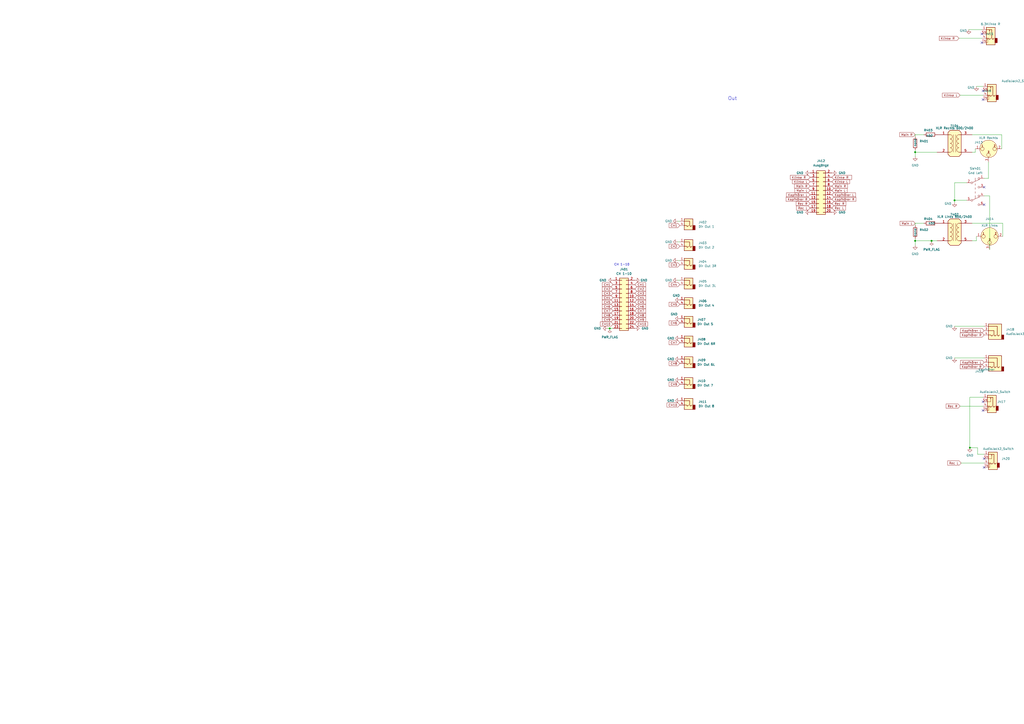
<source format=kicad_sch>
(kicad_sch (version 20211123) (generator eeschema)
  (paper "A2")
  (lib_symbols
    (symbol "AudioJack2_1"
      (property "Reference" "J?" (at 3.81 2.54 0))
      (property "Value" "AudioJack2_1" (at 0.635 6.35 0))
      (symbol "AudioJack2_1_0_1"
        (rectangle (start -3.81 0) (end -2.54 -2.54) (stroke (width 0.254)) (fill (type outline)))
        (rectangle (start -2.54 3.81) (end 2.54 -2.54) (stroke (width 0.254)) (fill (type background)))
        (polyline (pts (xy 0 0) (xy 0.635 -0.635) (xy 1.27 0) (xy 2.54 0)) (stroke (width 0.254)))
        (polyline (pts (xy 2.54 2.54) (xy -0.635 2.54) (xy -0.635 0) (xy -1.27 -0.635) (xy -1.905 0)) (stroke (width 0.254)))
      )
      (symbol "AudioJack2_1_1_1"
        (pin passive line (at 5.08 2.54 180) (length 2.54) (name "~") (number "1"))
        (pin passive line (at 5.08 0 180) (length 2.54) (name "~") (number "4"))
      )
    )
    (symbol "AudioJack2_Switch_1"
      (property "Reference" "J415" (at 3.175 2.54 0))
      (property "Value" "AudioJack2_Switch_1" (at -6.985 8.255 0))
      (symbol "AudioJack2_Switch_1_0_1"
        (rectangle (start -2.54 0) (end -3.81 -2.54) (stroke (width 0.254)) (fill (type outline)))
        (rectangle (start 2.54 6.35) (end -2.54 -3.81) (stroke (width 0.254)) (fill (type background)))
      )
      (symbol "AudioJack2_Switch_1_1_1"
        (polyline (pts (xy 0.635 4.826) (xy 0.889 4.318)))
        (polyline (pts (xy 1.778 -0.254) (xy 2.032 -0.762)))
        (polyline (pts (xy 0 0) (xy 0.635 -0.635) (xy 1.27 0) (xy 2.54 0)) (stroke (width 0.254)))
        (polyline (pts (xy 2.54 -2.54) (xy 1.778 -2.54) (xy 1.778 -0.254) (xy 1.524 -0.762)))
        (polyline (pts (xy 2.54 2.54) (xy 0.635 2.54) (xy 0.635 4.826) (xy 0.381 4.318)))
        (polyline (pts (xy 2.54 5.08) (xy -0.635 5.08) (xy -0.635 0) (xy -1.27 -0.635) (xy -1.905 0)) (stroke (width 0.254)))
        (pin passive line (at 5.08 5.08 180) (length 2.54) (name "~") (number "1"))
        (pin passive line (at 5.08 0 180) (length 2.54) (name "~") (number "4"))
        (pin passive line (at 5.08 2.54 180) (length 2.54) (name "~") (number "SN"))
        (pin passive line (at 5.08 -2.54 180) (length 2.54) (name "~") (number "TN"))
      )
    )
    (symbol "AudioJack2_Switch_2"
      (property "Reference" "J?" (at 5.08 2.5401 0))
      (property "Value" "AudioJack2_Switch_2" (at -5.715 8.255 0))
      (symbol "AudioJack2_Switch_2_0_1"
        (rectangle (start -2.54 0) (end -3.81 -2.54) (stroke (width 0.254)) (fill (type outline)))
        (rectangle (start 2.54 6.35) (end -2.54 -3.81) (stroke (width 0.254)) (fill (type background)))
      )
      (symbol "AudioJack2_Switch_2_1_1"
        (polyline (pts (xy 0.635 4.826) (xy 0.889 4.318)))
        (polyline (pts (xy 1.778 -0.254) (xy 2.032 -0.762)))
        (polyline (pts (xy 0 0) (xy 0.635 -0.635) (xy 1.27 0) (xy 2.54 0)) (stroke (width 0.254)))
        (polyline (pts (xy 2.54 -2.54) (xy 1.778 -2.54) (xy 1.778 -0.254) (xy 1.524 -0.762)))
        (polyline (pts (xy 2.54 2.54) (xy 0.635 2.54) (xy 0.635 4.826) (xy 0.381 4.318)))
        (polyline (pts (xy 2.54 5.08) (xy -0.635 5.08) (xy -0.635 0) (xy -1.27 -0.635) (xy -1.905 0)) (stroke (width 0.254)))
        (pin passive line (at 5.08 5.08 180) (length 2.54) (name "~") (number "1"))
        (pin passive line (at 5.08 0 180) (length 2.54) (name "") (number "4"))
        (pin passive line (at 5.08 2.54 180) (length 2.54) (name "~") (number "SN"))
        (pin passive line (at 5.08 -2.54 180) (length 2.54) (name "~") (number "TN"))
      )
    )
    (symbol "AudioJack2_Switch_3"
      (property "Reference" "J?" (at 5.08 2.5401 0))
      (property "Value" "AudioJack2_Switch_3" (at -5.715 8.255 0))
      (symbol "AudioJack2_Switch_3_0_1"
        (rectangle (start -2.54 0) (end -3.81 -2.54) (stroke (width 0.254)) (fill (type outline)))
        (rectangle (start 2.54 6.35) (end -2.54 -3.81) (stroke (width 0.254)) (fill (type background)))
      )
      (symbol "AudioJack2_Switch_3_1_1"
        (polyline (pts (xy 0.635 4.826) (xy 0.889 4.318)))
        (polyline (pts (xy 1.778 -0.254) (xy 2.032 -0.762)))
        (polyline (pts (xy 0 0) (xy 0.635 -0.635) (xy 1.27 0) (xy 2.54 0)) (stroke (width 0.254)))
        (polyline (pts (xy 2.54 -2.54) (xy 1.778 -2.54) (xy 1.778 -0.254) (xy 1.524 -0.762)))
        (polyline (pts (xy 2.54 2.54) (xy 0.635 2.54) (xy 0.635 4.826) (xy 0.381 4.318)))
        (polyline (pts (xy 2.54 5.08) (xy -0.635 5.08) (xy -0.635 0) (xy -1.27 -0.635) (xy -1.905 0)) (stroke (width 0.254)))
        (pin passive line (at 5.08 5.08 180) (length 2.54) (name "~") (number "1"))
        (pin passive line (at 5.08 0 180) (length 2.54) (name "") (number "4"))
        (pin passive line (at 5.08 2.54 180) (length 2.54) (name "~") (number "SN"))
        (pin passive line (at 5.08 -2.54 180) (length 2.54) (name "~") (number "TN"))
      )
    )
    (symbol "AudioJack3_1"
      (property "Reference" "J419" (at 10.3378 -5.2578 0))
      (property "Value" "AudioJack3_1" (at 8.4328 -4.191 0))
      (symbol "AudioJack3_1_0_1"
        (rectangle (start -5.08 -5.08) (end -6.35 -2.54) (stroke (width 0.254)) (fill (type outline)))
        (polyline (pts (xy 0 -2.54) (xy 0.635 -3.175) (xy 1.27 -2.54) (xy 2.54 -2.54)) (stroke (width 0.254)))
        (polyline (pts (xy -1.905 -2.54) (xy -1.27 -3.175) (xy -0.635 -2.54) (xy -0.635 0) (xy 2.54 0)) (stroke (width 0.254)))
        (polyline (pts (xy 2.54 2.54) (xy -2.54 2.54) (xy -2.54 -2.54) (xy -3.175 -3.175) (xy -3.81 -2.54)) (stroke (width 0.254)))
        (rectangle (start 2.54 3.81) (end -5.08 -5.08) (stroke (width 0.254)) (fill (type background)))
      )
      (symbol "AudioJack3_1_1_1"
        (pin passive line (at 5.08 2.54 180) (length 2.54) (name "") (number "1"))
        (pin passive line (at 5.08 0 180) (length 2.54) (name "~") (number "3"))
        (pin passive line (at 5.08 -2.54 180) (length 2.54) (name "~") (number "4"))
      )
    )
    (symbol "Connector:AudioJack2_Switch"
      (property "Reference" "J?" (at 5.08 2.5401 0))
      (property "Value" "AudioJack2_Switch" (at -5.715 8.255 0))
      (symbol "AudioJack2_Switch_0_1"
        (rectangle (start -2.54 0) (end -3.81 -2.54) (stroke (width 0.254)) (fill (type outline)))
        (rectangle (start 2.54 6.35) (end -2.54 -3.81) (stroke (width 0.254)) (fill (type background)))
      )
      (symbol "AudioJack2_Switch_1_1"
        (polyline (pts (xy 0.635 4.826) (xy 0.889 4.318)))
        (polyline (pts (xy 1.778 -0.254) (xy 2.032 -0.762)))
        (polyline (pts (xy 0 0) (xy 0.635 -0.635) (xy 1.27 0) (xy 2.54 0)) (stroke (width 0.254)))
        (polyline (pts (xy 2.54 -2.54) (xy 1.778 -2.54) (xy 1.778 -0.254) (xy 1.524 -0.762)))
        (polyline (pts (xy 2.54 2.54) (xy 0.635 2.54) (xy 0.635 4.826) (xy 0.381 4.318)))
        (polyline (pts (xy 2.54 5.08) (xy -0.635 5.08) (xy -0.635 0) (xy -1.27 -0.635) (xy -1.905 0)) (stroke (width 0.254)))
        (pin passive line (at 5.08 5.08 180) (length 2.54) (name "~") (number "1"))
        (pin passive line (at 5.08 0 180) (length 2.54) (name "") (number "4"))
        (pin passive line (at 5.08 2.54 180) (length 2.54) (name "~") (number "SN"))
        (pin passive line (at 5.08 -2.54 180) (length 2.54) (name "~") (number "TN"))
      )
    )
    (symbol "Connector:AudioJack3"
      (property "Reference" "J419" (at 10.3378 -5.2578 0))
      (property "Value" "AudioJack3" (at 8.4328 -4.191 0))
      (symbol "AudioJack3_0_1"
        (rectangle (start -5.08 -5.08) (end -6.35 -2.54) (stroke (width 0.254)) (fill (type outline)))
        (polyline (pts (xy 0 -2.54) (xy 0.635 -3.175) (xy 1.27 -2.54) (xy 2.54 -2.54)) (stroke (width 0.254)))
        (polyline (pts (xy -1.905 -2.54) (xy -1.27 -3.175) (xy -0.635 -2.54) (xy -0.635 0) (xy 2.54 0)) (stroke (width 0.254)))
        (polyline (pts (xy 2.54 2.54) (xy -2.54 2.54) (xy -2.54 -2.54) (xy -3.175 -3.175) (xy -3.81 -2.54)) (stroke (width 0.254)))
        (rectangle (start 2.54 3.81) (end -5.08 -5.08) (stroke (width 0.254)) (fill (type background)))
      )
      (symbol "AudioJack3_1_1"
        (pin passive line (at 5.08 2.54 180) (length 2.54) (name "") (number "1"))
        (pin passive line (at 5.08 0 180) (length 2.54) (name "~") (number "3"))
        (pin passive line (at 5.08 -2.54 180) (length 2.54) (name "~") (number "4"))
      )
    )
    (symbol "Connector:XLR3" (pin_names hide)
      (property "Reference" "J" (at 0 8.89 0))
      (property "Value" "XLR3" (at 0 6.35 0))
      (symbol "XLR3_0_1"
        (circle (center -3.556 0) (radius 1.016))
        (circle (center 0 -3.556) (radius 1.016))
        (polyline (pts (xy -5.08 0) (xy -4.572 0)))
        (polyline (pts (xy 0 -5.08) (xy 0 -4.572)))
        (polyline (pts (xy 5.08 0) (xy 4.572 0)))
        (circle (center 0 0) (radius 5.08) (fill (type background)))
        (circle (center 3.556 0) (radius 1.016))
        (text "1" (at -3.556 1.778 0) (effects (font (size 1.016 1.016) bold)))
        (text "2" (at 3.556 1.778 0) (effects (font (size 1.016 1.016) bold)))
        (text "3" (at 0 -1.778 0) (effects (font (size 1.016 1.016) bold)))
        (pin passive line (at -7.62 0 0) (length 2.54) (name "~") (number "1"))
        (pin passive line (at 7.62 0 180) (length 2.54) (name "~") (number "2"))
        (pin passive line (at 0 -7.62 90) (length 2.54) (name "~") (number "3"))
      )
    )
    (symbol "Connector_Generic:Conn_02x10_Odd_Even" (pin_names (offset 1.016) hide)
      (property "Reference" "J" (at 1.27 12.7 0))
      (property "Value" "Conn_02x10_Odd_Even" (at 1.27 -15.24 0))
      (symbol "Conn_02x10_Odd_Even_1_1"
        (rectangle (start -1.27 -12.573) (end 0 -12.827) (stroke (width 0.1524)))
        (rectangle (start -1.27 -10.033) (end 0 -10.287) (stroke (width 0.1524)))
        (rectangle (start -1.27 -7.493) (end 0 -7.747) (stroke (width 0.1524)))
        (rectangle (start -1.27 -4.953) (end 0 -5.207) (stroke (width 0.1524)))
        (rectangle (start -1.27 -2.413) (end 0 -2.667) (stroke (width 0.1524)))
        (rectangle (start -1.27 0.127) (end 0 -0.127) (stroke (width 0.1524)))
        (rectangle (start -1.27 2.667) (end 0 2.413) (stroke (width 0.1524)))
        (rectangle (start -1.27 5.207) (end 0 4.953) (stroke (width 0.1524)))
        (rectangle (start -1.27 7.747) (end 0 7.493) (stroke (width 0.1524)))
        (rectangle (start -1.27 10.287) (end 0 10.033) (stroke (width 0.1524)))
        (rectangle (start -1.27 11.43) (end 3.81 -13.97) (stroke (width 0.254)) (fill (type background)))
        (rectangle (start 3.81 -12.573) (end 2.54 -12.827) (stroke (width 0.1524)))
        (rectangle (start 3.81 -10.033) (end 2.54 -10.287) (stroke (width 0.1524)))
        (rectangle (start 3.81 -7.493) (end 2.54 -7.747) (stroke (width 0.1524)))
        (rectangle (start 3.81 -4.953) (end 2.54 -5.207) (stroke (width 0.1524)))
        (rectangle (start 3.81 -2.413) (end 2.54 -2.667) (stroke (width 0.1524)))
        (rectangle (start 3.81 0.127) (end 2.54 -0.127) (stroke (width 0.1524)))
        (rectangle (start 3.81 2.667) (end 2.54 2.413) (stroke (width 0.1524)))
        (rectangle (start 3.81 5.207) (end 2.54 4.953) (stroke (width 0.1524)))
        (rectangle (start 3.81 7.747) (end 2.54 7.493) (stroke (width 0.1524)))
        (rectangle (start 3.81 10.287) (end 2.54 10.033) (stroke (width 0.1524)))
        (pin passive line (at -5.08 10.16 0) (length 3.81) (name "Pin_1") (number "1"))
        (pin passive line (at 7.62 0 180) (length 3.81) (name "Pin_10") (number "10"))
        (pin passive line (at -5.08 -2.54 0) (length 3.81) (name "Pin_11") (number "11"))
        (pin passive line (at 7.62 -2.54 180) (length 3.81) (name "Pin_12") (number "12"))
        (pin passive line (at -5.08 -5.08 0) (length 3.81) (name "Pin_13") (number "13"))
        (pin passive line (at 7.62 -5.08 180) (length 3.81) (name "Pin_14") (number "14"))
        (pin passive line (at -5.08 -7.62 0) (length 3.81) (name "Pin_15") (number "15"))
        (pin passive line (at 7.62 -7.62 180) (length 3.81) (name "Pin_16") (number "16"))
        (pin passive line (at -5.08 -10.16 0) (length 3.81) (name "Pin_17") (number "17"))
        (pin passive line (at 7.62 -10.16 180) (length 3.81) (name "Pin_18") (number "18"))
        (pin passive line (at -5.08 -12.7 0) (length 3.81) (name "Pin_19") (number "19"))
        (pin passive line (at 7.62 10.16 180) (length 3.81) (name "Pin_2") (number "2"))
        (pin passive line (at 7.62 -12.7 180) (length 3.81) (name "Pin_20") (number "20"))
        (pin passive line (at -5.08 7.62 0) (length 3.81) (name "Pin_3") (number "3"))
        (pin passive line (at 7.62 7.62 180) (length 3.81) (name "Pin_4") (number "4"))
        (pin passive line (at -5.08 5.08 0) (length 3.81) (name "Pin_5") (number "5"))
        (pin passive line (at 7.62 5.08 180) (length 3.81) (name "Pin_6") (number "6"))
        (pin passive line (at -5.08 2.54 0) (length 3.81) (name "Pin_7") (number "7"))
        (pin passive line (at 7.62 2.54 180) (length 3.81) (name "Pin_8") (number "8"))
        (pin passive line (at -5.08 0 0) (length 3.81) (name "Pin_9") (number "9"))
      )
    )
    (symbol "Connector_Generic:Conn_02x12_Odd_Even" (pin_names (offset 1.016) hide)
      (property "Reference" "J" (at 1.27 15.24 0))
      (property "Value" "Conn_02x12_Odd_Even" (at 1.27 -17.78 0))
      (symbol "Conn_02x12_Odd_Even_1_1"
        (rectangle (start -1.27 -15.113) (end 0 -15.367) (stroke (width 0.1524)))
        (rectangle (start -1.27 -12.573) (end 0 -12.827) (stroke (width 0.1524)))
        (rectangle (start -1.27 -10.033) (end 0 -10.287) (stroke (width 0.1524)))
        (rectangle (start -1.27 -7.493) (end 0 -7.747) (stroke (width 0.1524)))
        (rectangle (start -1.27 -4.953) (end 0 -5.207) (stroke (width 0.1524)))
        (rectangle (start -1.27 -2.413) (end 0 -2.667) (stroke (width 0.1524)))
        (rectangle (start -1.27 0.127) (end 0 -0.127) (stroke (width 0.1524)))
        (rectangle (start -1.27 2.667) (end 0 2.413) (stroke (width 0.1524)))
        (rectangle (start -1.27 5.207) (end 0 4.953) (stroke (width 0.1524)))
        (rectangle (start -1.27 7.747) (end 0 7.493) (stroke (width 0.1524)))
        (rectangle (start -1.27 10.287) (end 0 10.033) (stroke (width 0.1524)))
        (rectangle (start -1.27 12.827) (end 0 12.573) (stroke (width 0.1524)))
        (rectangle (start -1.27 13.97) (end 3.81 -16.51) (stroke (width 0.254)) (fill (type background)))
        (rectangle (start 3.81 -15.113) (end 2.54 -15.367) (stroke (width 0.1524)))
        (rectangle (start 3.81 -12.573) (end 2.54 -12.827) (stroke (width 0.1524)))
        (rectangle (start 3.81 -10.033) (end 2.54 -10.287) (stroke (width 0.1524)))
        (rectangle (start 3.81 -7.493) (end 2.54 -7.747) (stroke (width 0.1524)))
        (rectangle (start 3.81 -4.953) (end 2.54 -5.207) (stroke (width 0.1524)))
        (rectangle (start 3.81 -2.413) (end 2.54 -2.667) (stroke (width 0.1524)))
        (rectangle (start 3.81 0.127) (end 2.54 -0.127) (stroke (width 0.1524)))
        (rectangle (start 3.81 2.667) (end 2.54 2.413) (stroke (width 0.1524)))
        (rectangle (start 3.81 5.207) (end 2.54 4.953) (stroke (width 0.1524)))
        (rectangle (start 3.81 7.747) (end 2.54 7.493) (stroke (width 0.1524)))
        (rectangle (start 3.81 10.287) (end 2.54 10.033) (stroke (width 0.1524)))
        (rectangle (start 3.81 12.827) (end 2.54 12.573) (stroke (width 0.1524)))
        (pin passive line (at -5.08 12.7 0) (length 3.81) (name "Pin_1") (number "1"))
        (pin passive line (at 7.62 2.54 180) (length 3.81) (name "Pin_10") (number "10"))
        (pin passive line (at -5.08 0 0) (length 3.81) (name "Pin_11") (number "11"))
        (pin passive line (at 7.62 0 180) (length 3.81) (name "Pin_12") (number "12"))
        (pin passive line (at -5.08 -2.54 0) (length 3.81) (name "Pin_13") (number "13"))
        (pin passive line (at 7.62 -2.54 180) (length 3.81) (name "Pin_14") (number "14"))
        (pin passive line (at -5.08 -5.08 0) (length 3.81) (name "Pin_15") (number "15"))
        (pin passive line (at 7.62 -5.08 180) (length 3.81) (name "Pin_16") (number "16"))
        (pin passive line (at -5.08 -7.62 0) (length 3.81) (name "Pin_17") (number "17"))
        (pin passive line (at 7.62 -7.62 180) (length 3.81) (name "Pin_18") (number "18"))
        (pin passive line (at -5.08 -10.16 0) (length 3.81) (name "Pin_19") (number "19"))
        (pin passive line (at 7.62 12.7 180) (length 3.81) (name "Pin_2") (number "2"))
        (pin passive line (at 7.62 -10.16 180) (length 3.81) (name "Pin_20") (number "20"))
        (pin passive line (at -5.08 -12.7 0) (length 3.81) (name "Pin_21") (number "21"))
        (pin passive line (at 7.62 -12.7 180) (length 3.81) (name "Pin_22") (number "22"))
        (pin passive line (at -5.08 -15.24 0) (length 3.81) (name "Pin_23") (number "23"))
        (pin passive line (at 7.62 -15.24 180) (length 3.81) (name "Pin_24") (number "24"))
        (pin passive line (at -5.08 10.16 0) (length 3.81) (name "Pin_3") (number "3"))
        (pin passive line (at 7.62 10.16 180) (length 3.81) (name "Pin_4") (number "4"))
        (pin passive line (at -5.08 7.62 0) (length 3.81) (name "Pin_5") (number "5"))
        (pin passive line (at 7.62 7.62 180) (length 3.81) (name "Pin_6") (number "6"))
        (pin passive line (at -5.08 5.08 0) (length 3.81) (name "Pin_7") (number "7"))
        (pin passive line (at 7.62 5.08 180) (length 3.81) (name "Pin_8") (number "8"))
        (pin passive line (at -5.08 2.54 0) (length 3.81) (name "Pin_9") (number "9"))
      )
    )
    (symbol "Device:R" (pin_numbers hide) (pin_names (offset 0))
      (property "Reference" "R" (at 2.032 0 90))
      (property "Value" "R" (at 0 0 90))
      (symbol "R_0_1"
        (rectangle (start -1.016 -2.54) (end 1.016 2.54) (stroke (width 0.254)))
      )
      (symbol "R_1_1"
        (pin passive line (at 0 3.81 270) (length 1.27) (name "~") (number "1"))
        (pin passive line (at 0 -3.81 90) (length 1.27) (name "~") (number "2"))
      )
    )
    (symbol "Switch:SW_Push_DPDT" (pin_names (offset 0) hide)
      (property "Reference" "SW" (at 0 8.89 0))
      (property "Value" "SW_Push_DPDT" (at 0 -10.16 0))
      (symbol "SW_Push_DPDT_0_0"
        (circle (center -2.032 -5.08) (radius 0.508))
        (circle (center -2.032 5.08) (radius 0.508))
        (circle (center 2.032 -7.62) (radius 0.508))
        (circle (center 2.032 2.54) (radius 0.508))
      )
      (symbol "SW_Push_DPDT_0_1"
        (polyline (pts (xy -1.524 -4.826) (xy 2.54 -3.048)))
        (polyline (pts (xy -1.524 5.334) (xy 2.54 7.112)))
        (polyline (pts (xy 0 -2.286) (xy 0 -4.064)))
        (polyline (pts (xy 0 -1.016) (xy 0 0)))
        (polyline (pts (xy 0 1.27) (xy 0 2.286)))
        (polyline (pts (xy 0 3.556) (xy 0 4.572)))
        (polyline (pts (xy 0 7.874) (xy 0 6.096)))
        (circle (center 2.032 -2.54) (radius 0.508))
        (circle (center 2.032 7.62) (radius 0.508))
      )
      (symbol "SW_Push_DPDT_1_1"
        (pin passive line (at 5.08 7.62 180) (length 2.54) (name "A") (number "1"))
        (pin passive line (at -5.08 5.08 0) (length 2.54) (name "B") (number "2"))
        (pin passive line (at 5.08 2.54 180) (length 2.54) (name "C") (number "3"))
        (pin passive line (at 5.08 -2.54 180) (length 2.54) (name "A") (number "4"))
        (pin passive line (at -5.08 -5.08 0) (length 2.54) (name "B") (number "5"))
        (pin passive line (at 5.08 -7.62 180) (length 2.54) (name "C") (number "6"))
      )
    )
    (symbol "Transformer_Audio_1" (pin_names (offset 1.016) hide)
      (property "Reference" "T402" (at 0 10.16 0))
      (property "Value" "Transformer_Audio_1" (at 0 8.89 0))
      (symbol "Transformer_Audio_1_0_1"
        (arc (start -2.54 -5.0546) (mid -1.6561 -4.6863) (end -1.27 -3.81))
        (arc (start -2.54 -2.5146) (mid -1.6561 -2.1463) (end -1.27 -1.27))
        (arc (start -2.54 0.0254) (mid -1.6561 0.3937) (end -1.27 1.27))
        (arc (start -2.54 2.5654) (mid -1.6561 2.9337) (end -1.27 3.81))
        (arc (start -1.27 -3.81) (mid -1.642 -2.912) (end -2.54 -2.54))
        (arc (start -1.27 -1.27) (mid -1.642 -0.372) (end -2.54 0))
        (arc (start -1.27 1.27) (mid -1.642 2.168) (end -2.54 2.54))
        (arc (start -1.27 3.81) (mid -1.642 4.708) (end -2.54 5.08))
        (polyline (pts (xy -0.635 5.08) (xy -0.635 -5.08)))
        (polyline (pts (xy 0.635 -5.08) (xy 0.635 5.08)))
        (polyline (pts (xy -3.81 6.35) (xy -2.54 7.62) (xy 2.54 7.62) (xy 3.81 6.35) (xy 3.81 -6.35) (xy 2.54 -7.62) (xy -2.54 -7.62) (xy -3.81 -6.35) (xy -3.81 6.35)) (stroke (width 0.254)) (fill (type background)))
        (arc (start 1.2954 -1.27) (mid 1.6599 -2.1501) (end 2.54 -2.5146))
        (arc (start 1.2954 1.27) (mid 1.6599 0.3899) (end 2.54 0.0254))
        (arc (start 1.2954 3.81) (mid 1.6599 2.9299) (end 2.54 2.5654))
        (arc (start 1.3208 -3.81) (mid 1.6853 -4.6901) (end 2.5654 -5.0546))
        (arc (start 2.54 0) (mid 1.6456 -0.3683) (end 1.2954 -1.27))
        (arc (start 2.54 2.54) (mid 1.6456 2.1717) (end 1.2954 1.27))
        (arc (start 2.54 5.08) (mid 1.6456 4.7117) (end 1.2954 3.81))
        (arc (start 2.5654 -2.54) (mid 1.671 -2.9083) (end 1.3208 -3.81))
      )
      (symbol "Transformer_Audio_1_1_1"
        (pin passive line (at -10.16 5.08 0) (length 7.62) (name "AA") (number "1"))
        (pin passive line (at -10.16 -5.08 0) (length 7.62) (name "AB") (number "2"))
        (pin passive line (at 10.16 5.08 180) (length 7.62) (name "SB") (number "3"))
        (pin passive line (at 10.16 -5.08 180) (length 7.62) (name "SA") (number "5"))
      )
    )
    (symbol "power:GND" (power) (pin_names (offset 0))
      (property "Value" "GND" (at 0 -3.81 0))
      (symbol "GND_0_1"
        (polyline (pts (xy 0 0) (xy 0 -1.27) (xy 1.27 -1.27) (xy 0 -2.54) (xy -1.27 -1.27) (xy 0 -1.27)))
      )
      (symbol "GND_1_1"
        (pin power_in line (at 0 0 270) (length 0) hide (name "GND") (number "1"))
      )
    )
    (symbol "power:PWR_FLAG" (power) (pin_numbers hide) (pin_names (offset 0) hide)
      (property "Value" "PWR_FLAG" (at 0 3.81 0))
      (symbol "PWR_FLAG_0_0"
        (pin power_out line (at 0 0 90) (length 0) (name "pwr") (number "1"))
      )
      (symbol "PWR_FLAG_0_1"
        (polyline (pts (xy 0 0) (xy 0 1.27) (xy -1.016 1.905) (xy 0 2.54) (xy 1.016 1.905) (xy 0 1.27)))
      )
    )
  )
  (junction (at 562.61 259.715))
  (junction (at 530.86 88.265))
  (junction (at 553.72 116.205))
  (junction (at 530.86 139.7))
  (junction (at 540.385 139.7))
  (junction (at 353.695 190.5))
  (no_connect (at 570.865 266.065))
  (no_connect (at 569.595 24.765))
  (no_connect (at 569.595 19.685))
  (no_connect (at 570.865 118.745))
  (no_connect (at 570.865 108.585))
  (no_connect (at 570.23 57.785))
  (no_connect (at 570.23 52.705))
  (no_connect (at 570.23 233.045))
  (no_connect (at 570.865 271.145))
  (no_connect (at 570.23 238.125))
  (wire (pts (xy 553.72 116.205) (xy 553.72 117.475)))
  (wire (pts (xy 530.86 78.105) (xy 535.94 78.105)))
  (wire (pts (xy 562.61 230.505) (xy 562.61 259.715)))
  (wire (pts (xy 566.42 139.7) (xy 566.42 137.16)))
  (wire (pts (xy 530.86 78.105) (xy 530.86 79.375)))
  (wire (pts (xy 530.86 129.54) (xy 530.86 130.81)))
  (wire (pts (xy 567.055 259.715) (xy 562.61 259.715)))
  (wire (pts (xy 530.86 90.805) (xy 530.86 88.265)))
  (wire (pts (xy 574.04 144.78) (xy 574.04 113.665)))
  (wire (pts (xy 557.53 268.605) (xy 570.865 268.605)))
  (wire (pts (xy 573.405 93.98) (xy 573.405 103.505)))
  (wire (pts (xy 561.975 17.145) (xy 569.595 17.145)))
  (wire (pts (xy 393.065 162.56) (xy 394.335 162.56)))
  (wire (pts (xy 530.86 138.43) (xy 530.86 139.7)))
  (wire (pts (xy 563.88 129.54) (xy 581.66 129.54)))
  (wire (pts (xy 560.705 116.205) (xy 553.72 116.205)))
  (wire (pts (xy 563.88 139.7) (xy 566.42 139.7)))
  (wire (pts (xy 581.025 78.105) (xy 581.025 86.36)))
  (wire (pts (xy 393.065 151.13) (xy 394.335 151.13)))
  (wire (pts (xy 393.065 128.27) (xy 394.335 128.27)))
  (wire (pts (xy 540.385 139.7) (xy 543.56 139.7)))
  (wire (pts (xy 352.425 190.5) (xy 353.695 190.5)))
  (wire (pts (xy 556.895 55.245) (xy 570.23 55.245)))
  (wire (pts (xy 530.86 129.54) (xy 535.94 129.54)))
  (wire (pts (xy 530.86 139.7) (xy 540.385 139.7)))
  (wire (pts (xy 563.88 88.265) (xy 565.785 88.265)))
  (wire (pts (xy 530.86 86.995) (xy 530.86 88.265)))
  (wire (pts (xy 553.72 207.645) (xy 570.865 207.645)))
  (wire (pts (xy 565.785 88.265) (xy 565.785 86.36)))
  (wire (pts (xy 563.88 78.105) (xy 581.025 78.105)))
  (wire (pts (xy 530.86 88.265) (xy 543.56 88.265)))
  (wire (pts (xy 553.72 189.23) (xy 570.865 189.23)))
  (wire (pts (xy 556.895 235.585) (xy 570.23 235.585)))
  (wire (pts (xy 570.23 50.165) (xy 566.42 50.165)))
  (wire (pts (xy 393.065 140.335) (xy 394.335 140.335)))
  (wire (pts (xy 570.865 263.525) (xy 567.055 263.525)))
  (wire (pts (xy 353.695 190.5) (xy 355.6 190.5)))
  (wire (pts (xy 530.86 142.24) (xy 530.86 139.7)))
  (wire (pts (xy 560.705 106.045) (xy 553.72 106.045)))
  (wire (pts (xy 567.055 263.525) (xy 567.055 259.715)))
  (wire (pts (xy 574.04 113.665) (xy 570.865 113.665)))
  (wire (pts (xy 562.61 230.505) (xy 570.23 230.505)))
  (wire (pts (xy 556.26 22.225) (xy 569.595 22.225)))
  (wire (pts (xy 573.405 103.505) (xy 570.865 103.505)))
  (wire (pts (xy 581.66 129.54) (xy 581.66 137.16)))
  (wire (pts (xy 553.72 106.045) (xy 553.72 116.205)))
  (text "Out\n" (at 422.275 58.42 0) (effects (font (size 2 2)) (justify left bottom)))
  (text "CH 1-10" (at 356.235 154.305 0) (effects (font (size 1.27 1.27)) (justify left bottom)))
  (global_label "CH5" (shape input) (at 368.3 175.26 0) (property "Referenzen zwischen Schaltplänen" "${INTERSHEET_REFS}" (effects hide)))
  (global_label "Klinke R " (shape input) (at 556.26 22.225 180) (property "Referenzen zwischen Schaltplänen" "${INTERSHEET_REFS}" (effects hide)))
  (global_label "Klinke R " (shape input) (at 469.9 102.87 180) (property "Referenzen zwischen Schaltplänen" "${INTERSHEET_REFS}" (effects hide)))
  (global_label "CH7" (shape input) (at 394.335 198.755 180) (property "Referenzen zwischen Schaltplänen" "${INTERSHEET_REFS}" (effects hide)))
  (global_label "CH10" (shape input) (at 394.335 234.95 180) (property "Referenzen zwischen Schaltplänen" "${INTERSHEET_REFS}" (effects hide)))
  (global_label "CH5" (shape input) (at 394.335 176.53 180) (property "Referenzen zwischen Schaltplänen" "${INTERSHEET_REFS}" (effects hide)))
  (global_label "CH7" (shape input) (at 368.3 180.34 0) (property "Referenzen zwischen Schaltplänen" "${INTERSHEET_REFS}" (effects hide)))
  (global_label "CH1" (shape input) (at 355.6 165.1 180) (property "Referenzen zwischen Schaltplänen" "${INTERSHEET_REFS}" (effects hide)))
  (global_label "CH9" (shape input) (at 355.6 185.42 180) (property "Referenzen zwischen Schaltplänen" "${INTERSHEET_REFS}" (effects hide)))
  (global_label "CH3" (shape input) (at 368.3 170.18 0) (property "Referenzen zwischen Schaltplänen" "${INTERSHEET_REFS}" (effects hide)))
  (global_label "Klinke L" (shape input) (at 482.6 105.41 0) (property "Referenzen zwischen Schaltplänen" "${INTERSHEET_REFS}" (effects hide)))
  (global_label "Rec L" (shape input) (at 482.6 120.65 0) (property "Referenzen zwischen Schaltplänen" "${INTERSHEET_REFS}" (effects hide)))
  (global_label "CH5" (shape input) (at 355.6 175.26 180) (property "Referenzen zwischen Schaltplänen" "${INTERSHEET_REFS}" (effects hide)))
  (global_label "CH4" (shape input) (at 394.335 165.1 180) (property "Referenzen zwischen Schaltplänen" "${INTERSHEET_REFS}" (effects hide)))
  (global_label "Main L" (shape input) (at 469.9 110.49 180) (property "Referenzen zwischen Schaltplänen" "${INTERSHEET_REFS}" (effects hide)))
  (global_label "CH6" (shape input) (at 394.335 187.325 180) (property "Referenzen zwischen Schaltplänen" "${INTERSHEET_REFS}" (effects hide)))
  (global_label "Kopfhörer R" (shape input) (at 570.865 194.31 180) (property "Referenzen zwischen Schaltplänen" "${INTERSHEET_REFS}" (effects hide)))
  (global_label "CH9" (shape input) (at 394.335 222.885 180) (property "Referenzen zwischen Schaltplänen" "${INTERSHEET_REFS}" (effects hide)))
  (global_label "Kopfhörer R" (shape input) (at 570.865 212.725 180) (property "Referenzen zwischen Schaltplänen" "${INTERSHEET_REFS}" (effects hide)))
  (global_label "CH1" (shape input) (at 368.3 165.1 0) (property "Referenzen zwischen Schaltplänen" "${INTERSHEET_REFS}" (effects hide)))
  (global_label "Klinke L" (shape input) (at 556.895 55.245 180) (property "Referenzen zwischen Schaltplänen" "${INTERSHEET_REFS}" (effects hide)))
  (global_label "Kopfhörer R" (shape input) (at 482.6 115.57 0) (property "Referenzen zwischen Schaltplänen" "${INTERSHEET_REFS}" (effects hide)))
  (global_label "CH2" (shape input) (at 355.6 167.64 180) (property "Referenzen zwischen Schaltplänen" "${INTERSHEET_REFS}" (effects hide)))
  (global_label "Klinke R " (shape input) (at 482.6 102.87 0) (property "Referenzen zwischen Schaltplänen" "${INTERSHEET_REFS}" (effects hide)))
  (global_label "Kopfhörer R" (shape input) (at 469.9 115.57 180) (property "Referenzen zwischen Schaltplänen" "${INTERSHEET_REFS}" (effects hide)))
  (global_label "CH3" (shape input) (at 394.335 153.67 180) (property "Referenzen zwischen Schaltplänen" "${INTERSHEET_REFS}" (effects hide)))
  (global_label "CH8" (shape input) (at 355.6 182.88 180) (property "Referenzen zwischen Schaltplänen" "${INTERSHEET_REFS}" (effects hide)))
  (global_label "CH1" (shape input) (at 394.335 130.81 180) (property "Referenzen zwischen Schaltplänen" "${INTERSHEET_REFS}" (effects hide)))
  (global_label "Kopfhörer L" (shape input) (at 482.6 113.03 0) (property "Referenzen zwischen Schaltplänen" "${INTERSHEET_REFS}" (effects hide)))
  (global_label "Main L" (shape input) (at 530.86 129.54 180) (property "Referenzen zwischen Schaltplänen" "${INTERSHEET_REFS}" (effects hide)))
  (global_label "CH4" (shape input) (at 355.6 172.72 180) (property "Referenzen zwischen Schaltplänen" "${INTERSHEET_REFS}" (effects hide)))
  (global_label "Kopfhörer L" (shape input) (at 570.865 191.77 180) (property "Referenzen zwischen Schaltplänen" "${INTERSHEET_REFS}" (effects hide)))
  (global_label "Main L" (shape input) (at 482.6 110.49 0) (property "Referenzen zwischen Schaltplänen" "${INTERSHEET_REFS}" (effects hide)))
  (global_label "CH10" (shape input) (at 355.6 187.96 180) (property "Referenzen zwischen Schaltplänen" "${INTERSHEET_REFS}" (effects hide)))
  (global_label "Main R" (shape input) (at 469.9 107.95 180) (property "Referenzen zwischen Schaltplänen" "${INTERSHEET_REFS}" (effects hide)))
  (global_label "CH6" (shape input) (at 368.3 177.8 0) (property "Referenzen zwischen Schaltplänen" "${INTERSHEET_REFS}" (effects hide)))
  (global_label "Kopfhörer L" (shape input) (at 469.9 113.03 180) (property "Referenzen zwischen Schaltplänen" "${INTERSHEET_REFS}" (effects hide)))
  (global_label "Rec L" (shape input) (at 557.53 268.605 180) (property "Referenzen zwischen Schaltplänen" "${INTERSHEET_REFS}" (effects hide)))
  (global_label "CH7" (shape input) (at 355.6 180.34 180) (property "Referenzen zwischen Schaltplänen" "${INTERSHEET_REFS}" (effects hide)))
  (global_label "CH8" (shape input) (at 394.335 210.82 180) (property "Referenzen zwischen Schaltplänen" "${INTERSHEET_REFS}" (effects hide)))
  (global_label "CH3" (shape input) (at 355.6 170.18 180) (property "Referenzen zwischen Schaltplänen" "${INTERSHEET_REFS}" (effects hide)))
  (global_label "Rec L" (shape input) (at 469.9 120.65 180) (property "Referenzen zwischen Schaltplänen" "${INTERSHEET_REFS}" (effects hide)))
  (global_label "CH8" (shape input) (at 368.3 182.88 0) (property "Referenzen zwischen Schaltplänen" "${INTERSHEET_REFS}" (effects hide)))
  (global_label "Rec R" (shape input) (at 556.895 235.585 180) (property "Referenzen zwischen Schaltplänen" "${INTERSHEET_REFS}" (effects hide)))
  (global_label "Main R" (shape input) (at 482.6 107.95 0) (property "Referenzen zwischen Schaltplänen" "${INTERSHEET_REFS}" (effects hide)))
  (global_label "CH6" (shape input) (at 355.6 177.8 180) (property "Referenzen zwischen Schaltplänen" "${INTERSHEET_REFS}" (effects hide)))
  (global_label "Kopfhörer L" (shape input) (at 570.865 210.185 180) (property "Referenzen zwischen Schaltplänen" "${INTERSHEET_REFS}" (effects hide)))
  (global_label "Klinke L" (shape input) (at 469.9 105.41 180) (property "Referenzen zwischen Schaltplänen" "${INTERSHEET_REFS}" (effects hide)))
  (global_label "Rec R" (shape input) (at 482.6 118.11 0) (property "Referenzen zwischen Schaltplänen" "${INTERSHEET_REFS}" (effects hide)))
  (global_label "Main R" (shape input) (at 530.86 78.105 180) (property "Referenzen zwischen Schaltplänen" "${INTERSHEET_REFS}" (effects hide)))
  (global_label "Rec R" (shape input) (at 469.9 118.11 180) (property "Referenzen zwischen Schaltplänen" "${INTERSHEET_REFS}" (effects hide)))
  (global_label "CH2" (shape input) (at 368.3 167.64 0) (property "Referenzen zwischen Schaltplänen" "${INTERSHEET_REFS}" (effects hide)))
  (global_label "CH4" (shape input) (at 368.3 172.72 0) (property "Referenzen zwischen Schaltplänen" "${INTERSHEET_REFS}" (effects hide)))
  (global_label "CH9" (shape input) (at 368.3 185.42 0) (property "Referenzen zwischen Schaltplänen" "${INTERSHEET_REFS}" (effects hide)))
  (global_label "CH2" (shape input) (at 394.335 142.875 180) (property "Referenzen zwischen Schaltplänen" "${INTERSHEET_REFS}" (effects hide)))
  (global_label "CH10" (shape input) (at 368.3 187.96 0) (property "Referenzen zwischen Schaltplänen" "${INTERSHEET_REFS}" (effects hide)))
  (symbol (lib_id "power:GND") (at 553.72 189.23 0) (unit 1)
    (property "Reference" "#PWR0424" (effects hide))
    (property "Value" "GND" (at 550.545 189.23 0))
  )
  (symbol (lib_name "AudioJack2_1") (lib_id "Connector:AudioJack2") (at 399.415 142.875 0) (mirror y) (unit 1)
    (property "Reference" "J403" (at 405.13 140.9699 0) (effects (justify right)))
    (property "Value" "Dir Out 2" (at 405.13 143.5099 0) (effects (justify right)))
    (property "Footprint" "Connector_Audio:ACJSMV344 flat solder 6,3mm" (effects hide))
  )
  (symbol (lib_id "power:GND") (at 394.335 232.41 270) (unit 1)
    (property "Reference" "#PWR0414" (effects hide))
    (property "Value" "GND" (at 391.16 232.4099 90) (effects (justify right)))
  )
  (symbol (lib_id "Connector:XLR3") (at 573.405 86.36 0) (unit 1)
    (property "Reference" "J413" (at 567.69 82.55 0))
    (property "Value" "XLR Rechts" (at 573.405 80.01 0))
    (property "Footprint" "Connector_Audio:Jack_XLR_Neutrik_NC3FAAV1-DA_Vertical" (effects hide))
    (property "Datasheet" " ~" (effects hide))
  )
  (symbol (lib_name "AudioJack2_Switch_1") (lib_id "Connector:AudioJack2_Switch") (at 574.675 22.225 0) (mirror y) (unit 1)
    (property "Reference" "J415" (at 571.5 19.685 0) (effects (justify right)))
    (property "Value" "6,3Klinke R" (at 568.96 13.97 0) (effects (justify right)))
    (property "Footprint" "Connector_Audio:ACJSMV344 flat solder 6,3mm" (effects hide))
  )
  (symbol (lib_id "power:GND") (at 482.6 100.33 90) (mirror x) (unit 1)
    (property "Reference" "#PWR0417" (effects hide))
    (property "Value" "GND" (at 486.41 100.3299 90) (effects (justify right)))
  )
  (symbol (lib_id "Device:R") (at 530.86 134.62 0) (unit 1)
    (property "Reference" "R402" (at 533.4 133.3499 0) (effects (justify left)))
    (property "Value" "none" (at 530.86 137.16 90) (effects (justify left)))
    (property "Footprint" "Resistor_SMD:R_0805_2012Metric" (effects hide))
  )
  (symbol (lib_id "power:GND") (at 352.425 190.5 270) (unit 1)
    (property "Reference" "#PWR0104" (effects hide))
    (property "Value" "GND" (at 348.615 190.4999 90) (effects (justify right)))
  )
  (symbol (lib_id "Device:R") (at 539.75 129.54 90) (unit 1)
    (property "Reference" "R404" (at 541.02 127 90) (effects (justify left)))
    (property "Value" "450" (at 542.29 129.54 90) (effects (font italic) (justify left)))
    (property "Footprint" "Resistor_SMD:R_0805_2012Metric" (effects hide))
  )
  (symbol (lib_id "power:GND") (at 394.335 184.785 270) (unit 1)
    (property "Reference" "#PWR0410" (effects hide))
    (property "Value" "GND" (at 393.065 182.245 90) (effects (justify right)))
  )
  (symbol (lib_name "AudioJack2_1") (lib_id "Connector:AudioJack2") (at 399.415 187.325 0) (mirror y) (unit 1)
    (property "Reference" "J407" (at 404.495 185.4199 0) (effects (justify right)))
    (property "Value" "Dir Out 5" (at 404.495 187.9599 0) (effects (justify right)))
    (property "Footprint" "Connector_Audio:ACJSMV344 flat solder 6,3mm" (effects hide))
  )
  (symbol (lib_name "Transformer_Audio_1") (lib_id "Device:Transformer_Audio") (at 553.72 83.185 0) (unit 1)
    (property "Reference" "T104" (at 553.72 73.025 0))
    (property "Value" "XLR Rechts 600/2400" (at 553.72 74.295 0))
    (property "Footprint" "Transformer_THT:Transformer 102D" (effects hide))
  )
  (symbol (lib_id "power:GND") (at 562.61 259.715 0) (unit 1)
    (property "Reference" "#PWR0427" (effects hide))
    (property "Value" "GND" (at 562.61 264.16 0))
  )
  (symbol (lib_id "Connector:AudioJack2_Switch") (at 575.945 268.605 0) (mirror y) (unit 1)
    (property "Reference" "J420" (at 581.025 266.0649 0) (effects (justify right)))
    (property "Value" "AudioJack2_Switch" (at 570.23 260.35 0) (effects (justify right)))
    (property "Footprint" "Connector_Audio:ACJSMV344 flat solder 6,3mm" (effects hide))
  )
  (symbol (lib_id "Connector:XLR3") (at 574.04 137.16 0) (unit 1)
    (property "Reference" "J414" (at 574.04 127 0))
    (property "Value" "XLR Links" (at 574.04 130.81 0))
    (property "Footprint" "Connector_Audio:Jack_XLR_Neutrik_NC3FAAV1-DA_Vertical" (effects hide))
    (property "Datasheet" " ~" (effects hide))
  )
  (symbol (lib_name "AudioJack2_Switch_3") (lib_id "Connector:AudioJack2_Switch") (at 575.31 235.585 0) (mirror y) (unit 1)
    (property "Reference" "J417" (at 578.485 233.045 0) (effects (justify right)))
    (property "Value" "AudioJack2_Switch" (at 568.325 227.33 0) (effects (justify right)))
    (property "Footprint" "Connector_Audio:ACJSMV344 flat solder 6,3mm" (effects hide))
  )
  (symbol (lib_id "power:GND") (at 566.42 50.165 0) (unit 1)
    (property "Reference" "#PWR0428" (effects hide))
    (property "Value" "GND" (at 563.245 50.8 0))
  )
  (symbol (lib_id "power:GND") (at 368.3 162.56 90) (unit 1)
    (property "Reference" "#PWR0101" (effects hide))
    (property "Value" "GND" (at 371.475 162.5599 90) (effects (justify right)))
  )
  (symbol (lib_id "power:GND") (at 394.335 208.28 270) (unit 1)
    (property "Reference" "#PWR0412" (effects hide))
    (property "Value" "GND" (at 391.16 208.2799 90) (effects (justify right)))
  )
  (symbol (lib_id "power:GND") (at 469.9 100.33 270) (unit 1)
    (property "Reference" "#PWR0415" (effects hide))
    (property "Value" "GND" (at 466.09 100.3299 90) (effects (justify right)))
  )
  (symbol (lib_id "power:GND") (at 355.6 162.56 270) (unit 1)
    (property "Reference" "#PWR0102" (effects hide))
    (property "Value" "GND" (at 351.79 162.5599 90) (effects (justify right)))
  )
  (symbol (lib_name "AudioJack2_1") (lib_id "Connector:AudioJack2") (at 399.415 165.1 0) (mirror y) (unit 1)
    (property "Reference" "J405" (at 405.13 163.1949 0) (effects (justify right)))
    (property "Value" "Dir Out 3L" (at 405.13 165.7349 0) (effects (justify right)))
    (property "Footprint" "Connector_Audio:ACJSMV344 flat solder 6,3mm" (effects hide))
  )
  (symbol (lib_name "AudioJack3_1") (lib_id "Connector:AudioJack3") (at 575.945 210.185 0) (mirror y) (unit 1)
    (property "Reference" "J419" (at 565.6072 215.4428 0) (effects (justify right)))
    (property "Value" "Kopfhörer" (at 567.5122 214.376 0) (effects (justify right)))
    (property "Footprint" "Connector_Audio:ACJS-MV35-3 flat solder" (effects hide))
  )
  (symbol (lib_id "power:GND") (at 482.6 123.19 90) (mirror x) (unit 1)
    (property "Reference" "#PWR0418" (effects hide))
    (property "Value" "GND" (at 486.41 123.1899 90) (effects (justify right)))
  )
  (symbol (lib_id "power:GND") (at 394.335 220.345 270) (unit 1)
    (property "Reference" "#PWR0413" (effects hide))
    (property "Value" "GND" (at 391.16 220.3449 90) (effects (justify right)))
  )
  (symbol (lib_name "AudioJack2_1") (lib_id "Connector:AudioJack2") (at 399.415 176.53 0) (mirror y) (unit 1)
    (property "Reference" "J406" (at 405.13 174.6249 0) (effects (justify right)))
    (property "Value" "Dir Out 4" (at 405.13 177.1649 0) (effects (justify right)))
    (property "Footprint" "Connector_Audio:ACJSMV344 flat solder 6,3mm" (effects hide))
  )
  (symbol (lib_name "Transformer_Audio_1") (lib_id "Device:Transformer_Audio") (at 553.72 134.62 0) (unit 1)
    (property "Reference" "T402" (at 553.72 124.46 0))
    (property "Value" "XLR Links 600/2400" (at 553.72 125.73 0))
    (property "Footprint" "Transformer_THT:Transformer 102D" (effects hide))
  )
  (symbol (lib_id "Device:R") (at 539.75 78.105 90) (unit 1)
    (property "Reference" "R403" (at 541.02 75.565 90) (effects (justify left)))
    (property "Value" "450" (at 541.02 78.74 90) (effects (font italic) (justify left)))
    (property "Footprint" "Resistor_SMD:R_0805_2012Metric" (effects hide))
  )
  (symbol (lib_id "power:PWR_FLAG") (at 540.385 139.7 180) (unit 1)
    (property "Reference" "#FLG0101" (effects hide))
    (property "Value" "PWR_FLAG" (at 540.385 144.78 0))
  )
  (symbol (lib_id "Connector:AudioJack3") (at 575.945 191.77 0) (mirror y) (unit 1)
    (property "Reference" "J418" (at 583.565 191.1349 0) (effects (justify right)))
    (property "Value" "AudioJack3" (at 583.565 193.6749 0) (effects (justify right)))
    (property "Footprint" "Connector_Audio:ACJSMV344 flat solder 6,3mm" (effects hide))
  )
  (symbol (lib_id "power:GND") (at 393.065 162.56 270) (unit 1)
    (property "Reference" "#PWR0408" (effects hide))
    (property "Value" "GND" (at 389.89 162.5599 90) (effects (justify right)))
  )
  (symbol (lib_id "power:GND") (at 530.86 142.24 0) (unit 1)
    (property "Reference" "#PWR0420" (effects hide))
    (property "Value" "GND" (at 530.86 147.32 0))
  )
  (symbol (lib_name "AudioJack2_1") (lib_id "Connector:AudioJack2") (at 399.415 234.95 0) (mirror y) (unit 1)
    (property "Reference" "J411" (at 405.13 233.0449 0) (effects (justify right)))
    (property "Value" "Dir Out 8" (at 405.13 235.5849 0) (effects (justify right)))
    (property "Footprint" "Connector_Audio:ACJSMV344 flat solder 6,3mm" (effects hide))
  )
  (symbol (lib_name "AudioJack2_1") (lib_id "Connector:AudioJack2") (at 399.415 153.67 0) (mirror y) (unit 1)
    (property "Reference" "J404" (at 405.13 151.7649 0) (effects (justify right)))
    (property "Value" "Dir Out 3R" (at 405.13 154.3049 0) (effects (justify right)))
    (property "Footprint" "Connector_Audio:ACJSMV344 flat solder 6,3mm" (effects hide))
  )
  (symbol (lib_id "power:GND") (at 394.335 196.215 270) (unit 1)
    (property "Reference" "#PWR0411" (effects hide))
    (property "Value" "GND" (at 391.16 196.2149 90) (effects (justify right)))
  )
  (symbol (lib_name "AudioJack2_1") (lib_id "Connector:AudioJack2") (at 399.415 198.755 0) (mirror y) (unit 1)
    (property "Reference" "J408" (at 404.495 196.8499 0) (effects (justify right)))
    (property "Value" "Dir Out 6R" (at 404.495 199.3899 0) (effects (justify right)))
    (property "Footprint" "Connector_Audio:ACJSMV344 flat solder 6,3mm" (effects hide))
  )
  (symbol (lib_id "power:GND") (at 393.065 128.27 270) (unit 1)
    (property "Reference" "#PWR0405" (effects hide))
    (property "Value" "GND" (at 389.89 128.2699 90) (effects (justify right)))
  )
  (symbol (lib_name "AudioJack2_1") (lib_id "Connector:AudioJack2") (at 399.415 222.885 0) (mirror y) (unit 1)
    (property "Reference" "J410" (at 404.495 220.9799 0) (effects (justify right)))
    (property "Value" "Dir Out 7" (at 404.495 223.5199 0) (effects (justify right)))
    (property "Footprint" "Connector_Audio:ACJSMV344 flat solder 6,3mm" (effects hide))
  )
  (symbol (lib_id "power:GND") (at 553.72 207.645 0) (unit 1)
    (property "Reference" "#PWR0425" (effects hide))
    (property "Value" "GND" (at 550.545 207.645 0))
  )
  (symbol (lib_id "power:PWR_FLAG") (at 353.695 190.5 180) (unit 1)
    (property "Reference" "#FLG0102" (effects hide))
    (property "Value" "PWR_FLAG" (at 353.695 195.58 0))
  )
  (symbol (lib_id "Connector_Generic:Conn_02x12_Odd_Even") (at 360.68 175.26 0) (unit 1)
    (property "Reference" "J401" (at 361.95 156.21 0))
    (property "Value" "CH 1-10" (at 361.95 158.75 0))
    (property "Footprint" "Connector_PinHeader_2.54mm:PinHeader_2x12_P2.54mm_Vertical" (effects hide))
  )
  (symbol (lib_id "Device:R") (at 530.86 83.185 0) (unit 1)
    (property "Reference" "R401" (at 533.4 81.9149 0) (effects (justify left)))
    (property "Value" "none" (at 530.86 85.09 90) (effects (justify left)))
    (property "Footprint" "Resistor_SMD:R_0805_2012Metric" (effects hide))
  )
  (symbol (lib_id "power:GND") (at 394.335 173.99 270) (unit 1)
    (property "Reference" "#PWR0409" (effects hide))
    (property "Value" "GND" (at 394.335 171.45 90) (effects (justify right)))
  )
  (symbol (lib_id "Switch:SW_Push_DPDT") (at 565.785 111.125 0) (unit 1)
    (property "Reference" "SW401" (at 565.785 97.79 0))
    (property "Value" "Gnd Left" (at 565.785 100.33 0))
    (property "Footprint" "Button_Switch_THT:SW -- Latching_mini_SW" (effects hide))
  )
  (symbol (lib_id "Connector_Generic:Conn_02x10_Odd_Even") (at 474.98 110.49 0) (unit 1)
    (property "Reference" "J412" (at 476.25 93.345 0))
    (property "Value" "Ausgänge" (at 476.25 95.885 0))
    (property "Footprint" "Connector_PinHeader_2.54mm:PinHeader_2x10_P2.54mm_Vertical" (effects hide))
  )
  (symbol (lib_id "power:GND") (at 368.3 190.5 90) (unit 1)
    (property "Reference" "#PWR0103" (effects hide))
    (property "Value" "GND" (at 372.11 190.4999 90) (effects (justify right)))
  )
  (symbol (lib_name "AudioJack2_1") (lib_id "Connector:AudioJack2") (at 399.415 130.81 0) (mirror y) (unit 1)
    (property "Reference" "J402" (at 405.13 128.9049 0) (effects (justify right)))
    (property "Value" "Dir Out 1" (at 405.13 131.4449 0) (effects (justify right)))
    (property "Footprint" "Connector_Audio:ACJSMV344 flat solder 6,3mm" (effects hide))
  )
  (symbol (lib_id "power:GND") (at 561.975 17.145 0) (unit 1)
    (property "Reference" "#PWR0426" (effects hide))
    (property "Value" "GND" (at 558.8 17.78 0))
  )
  (symbol (lib_id "power:GND") (at 553.72 117.475 0) (unit 1)
    (property "Reference" "#PWR0422" (effects hide))
    (property "Value" "GND" (at 549.91 118.11 0))
  )
  (symbol (lib_id "power:GND") (at 530.86 90.805 0) (unit 1)
    (property "Reference" "#PWR0419" (effects hide))
    (property "Value" "GND" (at 530.86 95.885 0))
  )
  (symbol (lib_name "AudioJack2_Switch_2") (lib_id "Connector:AudioJack2_Switch") (at 575.31 55.245 0) (mirror y) (unit 1)
    (property "Reference" "J416" (at 570.23 52.7049 0) (effects (justify right)))
    (property "Value" "AudioJack2_Switch" (at 581.025 46.99 0) (effects (justify right)))
    (property "Footprint" "Connector_Audio:ACJSMV344 flat solder 6,3mm" (effects hide))
  )
  (symbol (lib_id "power:GND") (at 393.065 151.13 270) (unit 1)
    (property "Reference" "#PWR0407" (effects hide))
    (property "Value" "GND" (at 389.89 151.1299 90) (effects (justify right)))
  )
  (symbol (lib_name "AudioJack2_1") (lib_id "Connector:AudioJack2") (at 399.415 210.82 0) (mirror y) (unit 1)
    (property "Reference" "J409" (at 404.495 208.9149 0) (effects (justify right)))
    (property "Value" "Dir Out 6L" (at 404.495 211.4549 0) (effects (justify right)))
    (property "Footprint" "Connector_Audio:ACJSMV344 flat solder 6,3mm" (effects hide))
  )
  (symbol (lib_id "power:GND") (at 469.9 123.19 270) (unit 1)
    (property "Reference" "#PWR0416" (effects hide))
    (property "Value" "GND" (at 466.09 123.1899 90) (effects (justify right)))
  )
  (symbol (lib_id "power:GND") (at 393.065 140.335 270) (unit 1)
    (property "Reference" "#PWR0406" (effects hide))
    (property "Value" "GND" (at 389.89 140.3349 90) (effects (justify right)))
  )
)
</source>
